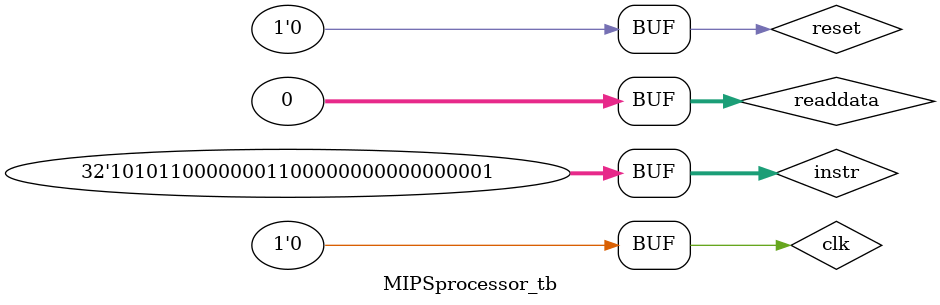
<source format=sv>
`timescale 1ns / 1ps

module MIPSprocessor_tb;

    // Inputs
    reg clk = 0;
    reg reset = 0;
    reg [31:0] instr = 0;
    reg [31:0] readdata = 0;
    
    // Outputs
    wire [31:0] pc;
    wire memwrite;
    wire [31:0] ALUresult, writedata;
    wire [1023:0] Q;
    
    // Instantiate the MIPSprocessor module
    MIPSprocessor dut(clk, reset, pc, instr, memwrite, ALUresult, writedata, readdata, Q);
    
    initial 
    
        $monitor("PC=%b, ALUresult=%b, WRITEDATA=%b, READDATA=%b, Q =%b", pc, ALUresult, writedata, readdata, Q);
    initial 
    begin
        reset = 1;
        #10;
        reset = 0;
        clk = 0;
        #20;
        clk = 1;
        #20;
        clk = 0;
        //instr = 32'b1010 1100 0000 0110 0000 0000 0000 0000;
        instr = 32'b00000000000000000000011010101100;
        //instr = 14;     
        clk = 0;
        #20;
        clk = 1;
        #20;
        clk = 0;
        //instr = 32'b00110101000100000000000001100100; 
        instr = 32'b10101100000001100000000000000001;
    end

    
endmodule

</source>
